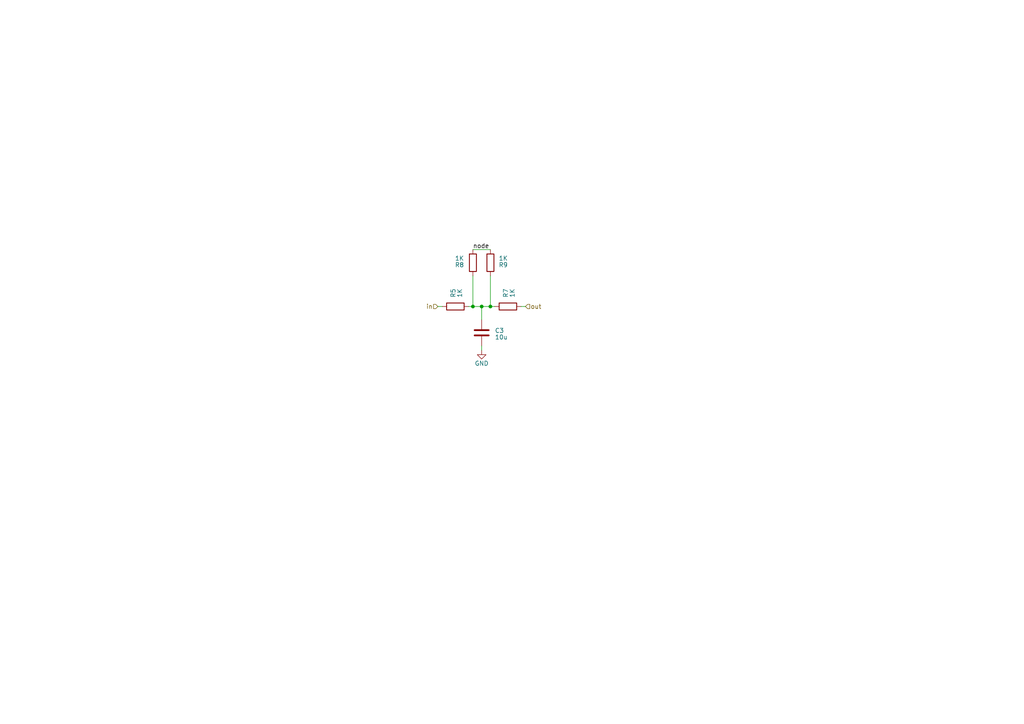
<source format=kicad_sch>
(kicad_sch (version 20220104) (generator eeschema)
  (paper "A4")
  (lib_symbols
    (symbol "Device:C" (pin_numbers hide) (pin_names (offset 0.254))
      (property "Reference" "C" (at 0.635 2.54 0))
      (property "Value" "C" (at 0.635 -2.54 0))
      (symbol "C_0_1"
        (polyline (pts (xy -2.032 -0.762) (xy 2.032 -0.762)) (stroke (width 0.508)))
        (polyline (pts (xy -2.032 0.762) (xy 2.032 0.762)) (stroke (width 0.508)))
      )
      (symbol "C_1_1"
        (pin passive line (at 0 3.81 270) (length 2.794) (name "~") (number "1"))
        (pin passive line (at 0 -3.81 90) (length 2.794) (name "~") (number "2"))
      )
    )
    (symbol "Device:R" (pin_numbers hide) (pin_names (offset 0))
      (property "Reference" "R" (at 2.032 0 90))
      (property "Value" "R" (at 0 0 90))
      (symbol "R_0_1"
        (rectangle (start -1.016 -2.54) (end 1.016 2.54) (stroke (width 0.254)))
      )
      (symbol "R_1_1"
        (pin passive line (at 0 3.81 270) (length 1.27) (name "~") (number "1"))
        (pin passive line (at 0 -3.81 90) (length 1.27) (name "~") (number "2"))
      )
    )
    (symbol "power:GND" (power) (pin_names (offset 0))
      (property "Value" "GND" (at 0 -3.81 0))
      (symbol "GND_0_1"
        (polyline (pts (xy 0 0) (xy 0 -1.27) (xy 1.27 -1.27) (xy 0 -2.54) (xy -1.27 -1.27) (xy 0 -1.27)))
      )
      (symbol "GND_1_1"
        (pin power_in line (at 0 0 270) (length 0) hide (name "GND") (number "1"))
      )
    )
  )
  (junction (at 142.24 88.9))
  (junction (at 139.7 88.9))
  (junction (at 137.16 88.9))
  (wire (pts (xy 151.13 88.9) (xy 152.4 88.9)))
  (wire (pts (xy 142.24 80.01) (xy 142.24 88.9)))
  (wire (pts (xy 135.89 88.9) (xy 137.16 88.9)))
  (wire (pts (xy 139.7 101.6) (xy 139.7 100.33)))
  (wire (pts (xy 127 88.9) (xy 128.27 88.9)))
  (wire (pts (xy 137.16 72.39) (xy 142.24 72.39)))
  (wire (pts (xy 143.51 88.9) (xy 142.24 88.9)))
  (wire (pts (xy 139.7 92.71) (xy 139.7 88.9)))
  (wire (pts (xy 142.24 88.9) (xy 139.7 88.9)))
  (wire (pts (xy 137.16 80.01) (xy 137.16 88.9)))
  (wire (pts (xy 137.16 88.9) (xy 139.7 88.9)))
  (label "node" (at 137.16 72.39 0))
  (hierarchical_label "in" (shape input) (at 127 88.9 180))
  (hierarchical_label "out" (shape input) (at 152.4 88.9 0))
  (symbol (lib_id "Device:R") (at 132.08 88.9 90) (unit 1)
    (property "Reference" "R5" (at 131.445 86.36 0) (effects (justify left)))
    (property "Value" "1K" (at 133.35 86.36 0) (effects (justify left)))
  )
  (symbol (lib_id "Device:R") (at 142.24 76.2 180) (unit 1)
    (property "Reference" "R9" (at 147.32 76.835 0) (effects (justify left)))
    (property "Value" "1K" (at 147.32 74.93 0) (effects (justify left)))
  )
  (symbol (lib_id "power:GND") (at 139.7 101.6 0) (unit 1)
    (property "Reference" "#PWR06" (effects hide))
    (property "Value" "GND" (at 139.7 105.41 0))
  )
  (symbol (lib_id "Device:C") (at 139.7 96.52 0) (unit 1)
    (property "Reference" "C3" (at 143.51 95.885 0) (effects (justify left)))
    (property "Value" "10u" (at 143.51 97.79 0) (effects (justify left)))
  )
  (symbol (lib_id "Device:R") (at 137.16 76.2 180) (unit 1)
    (property "Reference" "R8" (at 134.62 76.835 0) (effects (justify left)))
    (property "Value" "1K" (at 134.62 74.93 0) (effects (justify left)))
  )
  (symbol (lib_id "Device:R") (at 147.32 88.9 90) (unit 1)
    (property "Reference" "R7" (at 146.685 86.36 0) (effects (justify left)))
    (property "Value" "1K" (at 148.59 86.36 0) (effects (justify left)))
  )
)
</source>
